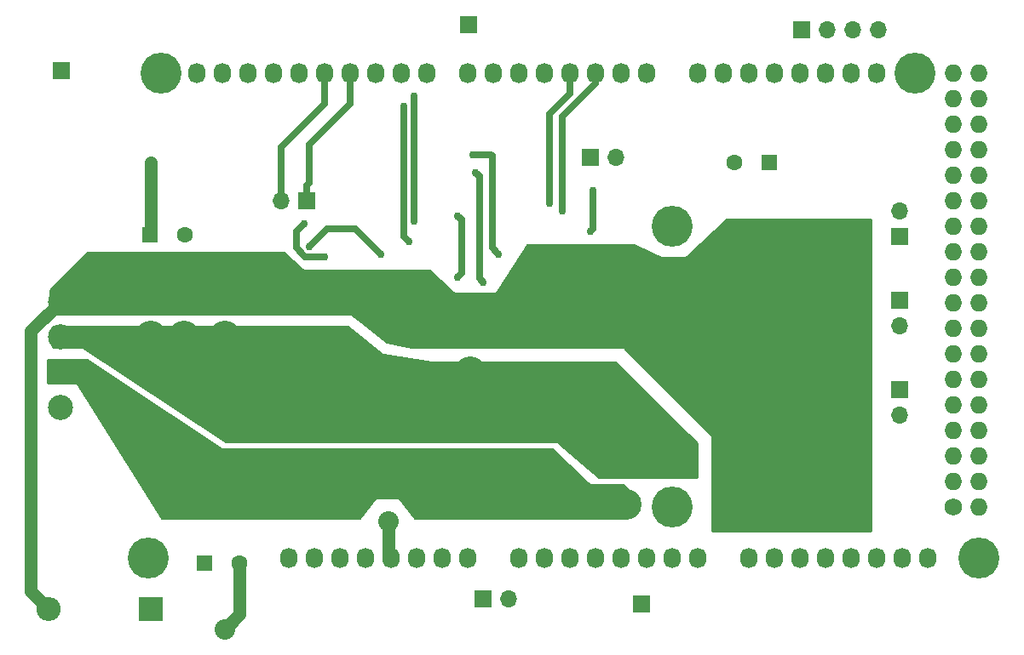
<source format=gbr>
G04 #@! TF.GenerationSoftware,KiCad,Pcbnew,(5.0.0-rc2-37-ga8db21319)*
G04 #@! TF.CreationDate,2018-06-29T03:36:38+01:00*
G04 #@! TF.ProjectId,tug,7475672E6B696361645F706362000000,rev?*
G04 #@! TF.SameCoordinates,Original*
G04 #@! TF.FileFunction,Copper,L2,Bot,Signal*
G04 #@! TF.FilePolarity,Positive*
%FSLAX46Y46*%
G04 Gerber Fmt 4.6, Leading zero omitted, Abs format (unit mm)*
G04 Created by KiCad (PCBNEW (5.0.0-rc2-37-ga8db21319)) date Fri Jun 29 03:36:38 2018*
%MOMM*%
%LPD*%
G01*
G04 APERTURE LIST*
G04 #@! TA.AperFunction,ComponentPad*
%ADD10C,1.727200*%
G04 #@! TD*
G04 #@! TA.AperFunction,ComponentPad*
%ADD11O,1.727200X1.727200*%
G04 #@! TD*
G04 #@! TA.AperFunction,ComponentPad*
%ADD12O,1.727200X2.032000*%
G04 #@! TD*
G04 #@! TA.AperFunction,ComponentPad*
%ADD13C,4.064000*%
G04 #@! TD*
G04 #@! TA.AperFunction,ComponentPad*
%ADD14C,1.600000*%
G04 #@! TD*
G04 #@! TA.AperFunction,ComponentPad*
%ADD15R,1.600000X1.600000*%
G04 #@! TD*
G04 #@! TA.AperFunction,ComponentPad*
%ADD16R,2.400000X2.400000*%
G04 #@! TD*
G04 #@! TA.AperFunction,ComponentPad*
%ADD17O,2.400000X2.400000*%
G04 #@! TD*
G04 #@! TA.AperFunction,ComponentPad*
%ADD18R,1.700000X1.700000*%
G04 #@! TD*
G04 #@! TA.AperFunction,ComponentPad*
%ADD19O,1.700000X1.700000*%
G04 #@! TD*
G04 #@! TA.AperFunction,ComponentPad*
%ADD20C,2.500000*%
G04 #@! TD*
G04 #@! TA.AperFunction,ViaPad*
%ADD21C,2.032000*%
G04 #@! TD*
G04 #@! TA.AperFunction,ViaPad*
%ADD22C,3.048000*%
G04 #@! TD*
G04 #@! TA.AperFunction,ViaPad*
%ADD23C,0.762000*%
G04 #@! TD*
G04 #@! TA.AperFunction,Conductor*
%ADD24C,1.270000*%
G04 #@! TD*
G04 #@! TA.AperFunction,Conductor*
%ADD25C,0.635000*%
G04 #@! TD*
G04 #@! TA.AperFunction,Conductor*
%ADD26C,0.254000*%
G04 #@! TD*
G04 APERTURE END LIST*
D10*
G04 #@! TO.P,P1,1*
G04 #@! TO.N,GND*
X197358000Y-114046000D03*
D11*
G04 #@! TO.P,P1,2*
X199898000Y-114046000D03*
G04 #@! TO.P,P1,3*
G04 #@! TO.N,/52(SCK)*
X197358000Y-111506000D03*
G04 #@! TO.P,P1,4*
G04 #@! TO.N,/53(SS)*
X199898000Y-111506000D03*
G04 #@! TO.P,P1,5*
G04 #@! TO.N,/50(MISO)*
X197358000Y-108966000D03*
G04 #@! TO.P,P1,6*
G04 #@! TO.N,/51(MOSI)*
X199898000Y-108966000D03*
G04 #@! TO.P,P1,7*
G04 #@! TO.N,/48*
X197358000Y-106426000D03*
G04 #@! TO.P,P1,8*
G04 #@! TO.N,/49*
X199898000Y-106426000D03*
G04 #@! TO.P,P1,9*
G04 #@! TO.N,/46*
X197358000Y-103886000D03*
G04 #@! TO.P,P1,10*
G04 #@! TO.N,/47*
X199898000Y-103886000D03*
G04 #@! TO.P,P1,11*
G04 #@! TO.N,/44*
X197358000Y-101346000D03*
G04 #@! TO.P,P1,12*
G04 #@! TO.N,/45*
X199898000Y-101346000D03*
G04 #@! TO.P,P1,13*
G04 #@! TO.N,/42*
X197358000Y-98806000D03*
G04 #@! TO.P,P1,14*
G04 #@! TO.N,/43*
X199898000Y-98806000D03*
G04 #@! TO.P,P1,15*
G04 #@! TO.N,/40*
X197358000Y-96266000D03*
G04 #@! TO.P,P1,16*
G04 #@! TO.N,/41*
X199898000Y-96266000D03*
G04 #@! TO.P,P1,17*
G04 #@! TO.N,/38*
X197358000Y-93726000D03*
G04 #@! TO.P,P1,18*
G04 #@! TO.N,/39*
X199898000Y-93726000D03*
G04 #@! TO.P,P1,19*
G04 #@! TO.N,/36*
X197358000Y-91186000D03*
G04 #@! TO.P,P1,20*
G04 #@! TO.N,/37*
X199898000Y-91186000D03*
G04 #@! TO.P,P1,21*
G04 #@! TO.N,/34*
X197358000Y-88646000D03*
G04 #@! TO.P,P1,22*
G04 #@! TO.N,/35*
X199898000Y-88646000D03*
G04 #@! TO.P,P1,23*
G04 #@! TO.N,/32*
X197358000Y-86106000D03*
G04 #@! TO.P,P1,24*
G04 #@! TO.N,/33*
X199898000Y-86106000D03*
G04 #@! TO.P,P1,25*
G04 #@! TO.N,/30*
X197358000Y-83566000D03*
G04 #@! TO.P,P1,26*
G04 #@! TO.N,/31*
X199898000Y-83566000D03*
G04 #@! TO.P,P1,27*
G04 #@! TO.N,/28*
X197358000Y-81026000D03*
G04 #@! TO.P,P1,28*
G04 #@! TO.N,/29*
X199898000Y-81026000D03*
G04 #@! TO.P,P1,29*
G04 #@! TO.N,/26*
X197358000Y-78486000D03*
G04 #@! TO.P,P1,30*
G04 #@! TO.N,/27*
X199898000Y-78486000D03*
G04 #@! TO.P,P1,31*
G04 #@! TO.N,/24*
X197358000Y-75946000D03*
G04 #@! TO.P,P1,32*
G04 #@! TO.N,/25*
X199898000Y-75946000D03*
G04 #@! TO.P,P1,33*
G04 #@! TO.N,/22*
X197358000Y-73406000D03*
G04 #@! TO.P,P1,34*
G04 #@! TO.N,/23*
X199898000Y-73406000D03*
G04 #@! TO.P,P1,35*
G04 #@! TO.N,+5V*
X197358000Y-70866000D03*
G04 #@! TO.P,P1,36*
X199898000Y-70866000D03*
G04 #@! TD*
D12*
G04 #@! TO.P,P2,1*
G04 #@! TO.N,Net-(P2-Pad1)*
X131318000Y-119126000D03*
G04 #@! TO.P,P2,2*
G04 #@! TO.N,/IOREF*
X133858000Y-119126000D03*
G04 #@! TO.P,P2,3*
G04 #@! TO.N,/Reset*
X136398000Y-119126000D03*
G04 #@! TO.P,P2,4*
G04 #@! TO.N,+3V3*
X138938000Y-119126000D03*
G04 #@! TO.P,P2,5*
G04 #@! TO.N,+5V*
X141478000Y-119126000D03*
G04 #@! TO.P,P2,6*
G04 #@! TO.N,GND*
X144018000Y-119126000D03*
G04 #@! TO.P,P2,7*
X146558000Y-119126000D03*
G04 #@! TO.P,P2,8*
G04 #@! TO.N,/Vin*
X149098000Y-119126000D03*
G04 #@! TD*
G04 #@! TO.P,P3,1*
G04 #@! TO.N,/A0*
X154178000Y-119126000D03*
G04 #@! TO.P,P3,2*
G04 #@! TO.N,/A1*
X156718000Y-119126000D03*
G04 #@! TO.P,P3,3*
G04 #@! TO.N,/A2*
X159258000Y-119126000D03*
G04 #@! TO.P,P3,4*
G04 #@! TO.N,/A3*
X161798000Y-119126000D03*
G04 #@! TO.P,P3,5*
G04 #@! TO.N,/A4*
X164338000Y-119126000D03*
G04 #@! TO.P,P3,6*
G04 #@! TO.N,/A5*
X166878000Y-119126000D03*
G04 #@! TO.P,P3,7*
G04 #@! TO.N,/A6*
X169418000Y-119126000D03*
G04 #@! TO.P,P3,8*
G04 #@! TO.N,/A7*
X171958000Y-119126000D03*
G04 #@! TD*
G04 #@! TO.P,P4,1*
G04 #@! TO.N,/A8*
X177038000Y-119126000D03*
G04 #@! TO.P,P4,2*
G04 #@! TO.N,/A9*
X179578000Y-119126000D03*
G04 #@! TO.P,P4,3*
G04 #@! TO.N,/A10*
X182118000Y-119126000D03*
G04 #@! TO.P,P4,4*
G04 #@! TO.N,/A11*
X184658000Y-119126000D03*
G04 #@! TO.P,P4,5*
G04 #@! TO.N,/A12*
X187198000Y-119126000D03*
G04 #@! TO.P,P4,6*
G04 #@! TO.N,/A13*
X189738000Y-119126000D03*
G04 #@! TO.P,P4,7*
G04 #@! TO.N,/A14*
X192278000Y-119126000D03*
G04 #@! TO.P,P4,8*
G04 #@! TO.N,/A15*
X194818000Y-119126000D03*
G04 #@! TD*
G04 #@! TO.P,P5,1*
G04 #@! TO.N,/SCL*
X122174000Y-70866000D03*
G04 #@! TO.P,P5,2*
G04 #@! TO.N,/SDA*
X124714000Y-70866000D03*
G04 #@! TO.P,P5,3*
G04 #@! TO.N,/AREF*
X127254000Y-70866000D03*
G04 #@! TO.P,P5,4*
G04 #@! TO.N,GND*
X129794000Y-70866000D03*
G04 #@! TO.P,P5,5*
G04 #@! TO.N,/13(\002A\002A)*
X132334000Y-70866000D03*
G04 #@! TO.P,P5,6*
G04 #@! TO.N,/12(\002A\002A)*
X134874000Y-70866000D03*
G04 #@! TO.P,P5,7*
G04 #@! TO.N,/11(\002A\002A)*
X137414000Y-70866000D03*
G04 #@! TO.P,P5,8*
G04 #@! TO.N,/10(\002A\002A)*
X139954000Y-70866000D03*
G04 #@! TO.P,P5,9*
G04 #@! TO.N,/9(\002A\002A)*
X142494000Y-70866000D03*
G04 #@! TO.P,P5,10*
G04 #@! TO.N,/8(\002A\002A)*
X145034000Y-70866000D03*
G04 #@! TD*
G04 #@! TO.P,P6,1*
G04 #@! TO.N,/7(\002A\002A)*
X149098000Y-70866000D03*
G04 #@! TO.P,P6,2*
G04 #@! TO.N,/6(\002A\002A)*
X151638000Y-70866000D03*
G04 #@! TO.P,P6,3*
G04 #@! TO.N,/5(\002A\002A)*
X154178000Y-70866000D03*
G04 #@! TO.P,P6,4*
G04 #@! TO.N,/4(\002A\002A)*
X156718000Y-70866000D03*
G04 #@! TO.P,P6,5*
G04 #@! TO.N,/3(\002A\002A)*
X159258000Y-70866000D03*
G04 #@! TO.P,P6,6*
G04 #@! TO.N,/2(\002A\002A)*
X161798000Y-70866000D03*
G04 #@! TO.P,P6,7*
G04 #@! TO.N,/1(Tx0)*
X164338000Y-70866000D03*
G04 #@! TO.P,P6,8*
G04 #@! TO.N,/0(Rx0)*
X166878000Y-70866000D03*
G04 #@! TD*
G04 #@! TO.P,P7,1*
G04 #@! TO.N,/14(Tx3)*
X171958000Y-70866000D03*
G04 #@! TO.P,P7,2*
G04 #@! TO.N,/15(Rx3)*
X174498000Y-70866000D03*
G04 #@! TO.P,P7,3*
G04 #@! TO.N,/16(Tx2)*
X177038000Y-70866000D03*
G04 #@! TO.P,P7,4*
G04 #@! TO.N,/17(Rx2)*
X179578000Y-70866000D03*
G04 #@! TO.P,P7,5*
G04 #@! TO.N,/18(Tx1)*
X182118000Y-70866000D03*
G04 #@! TO.P,P7,6*
G04 #@! TO.N,/19(Rx1)*
X184658000Y-70866000D03*
G04 #@! TO.P,P7,7*
G04 #@! TO.N,/20(SDA)*
X187198000Y-70866000D03*
G04 #@! TO.P,P7,8*
G04 #@! TO.N,/21(SCL)*
X189738000Y-70866000D03*
G04 #@! TD*
D13*
G04 #@! TO.P,P8,1*
G04 #@! TO.N,Net-(P8-Pad1)*
X117348000Y-119126000D03*
G04 #@! TD*
G04 #@! TO.P,P9,1*
G04 #@! TO.N,Net-(P9-Pad1)*
X169418000Y-114046000D03*
G04 #@! TD*
G04 #@! TO.P,P10,1*
G04 #@! TO.N,Net-(P10-Pad1)*
X199898000Y-119126000D03*
G04 #@! TD*
G04 #@! TO.P,P11,1*
G04 #@! TO.N,Net-(P11-Pad1)*
X118618000Y-70866000D03*
G04 #@! TD*
G04 #@! TO.P,P12,1*
G04 #@! TO.N,Net-(P12-Pad1)*
X169418000Y-86106000D03*
G04 #@! TD*
G04 #@! TO.P,P13,1*
G04 #@! TO.N,Net-(P13-Pad1)*
X193548000Y-70866000D03*
G04 #@! TD*
D14*
G04 #@! TO.P,C5,2*
G04 #@! TO.N,GND*
X120975000Y-86995000D03*
D15*
G04 #@! TO.P,C5,1*
G04 #@! TO.N,+12V*
X117475000Y-86995000D03*
G04 #@! TD*
G04 #@! TO.P,C6,1*
G04 #@! TO.N,/Vin*
X122936000Y-119634000D03*
D14*
G04 #@! TO.P,C6,2*
G04 #@! TO.N,GND*
X126436000Y-119634000D03*
G04 #@! TD*
D16*
G04 #@! TO.P,D3,1*
G04 #@! TO.N,/Vin*
X117602000Y-124206000D03*
D17*
G04 #@! TO.P,D3,2*
G04 #@! TO.N,+12V*
X107442000Y-124206000D03*
G04 #@! TD*
D18*
G04 #@! TO.P,J1,1*
G04 #@! TO.N,GND*
X182245000Y-66548000D03*
D19*
G04 #@! TO.P,J1,2*
G04 #@! TO.N,+5V*
X184785000Y-66548000D03*
G04 #@! TO.P,J1,3*
G04 #@! TO.N,/20(SDA)*
X187325000Y-66548000D03*
G04 #@! TO.P,J1,4*
G04 #@! TO.N,/21(SCL)*
X189865000Y-66548000D03*
G04 #@! TD*
D20*
G04 #@! TO.P,J2,4*
G04 #@! TO.N,+12V*
X108585000Y-93640000D03*
G04 #@! TO.P,J2,3*
G04 #@! TO.N,GND*
X108585000Y-97140000D03*
G04 #@! TO.P,J2,2*
G04 #@! TO.N,/M2*
X108585000Y-100640000D03*
G04 #@! TO.P,J2,1*
G04 #@! TO.N,/M1*
X108585000Y-104140000D03*
G04 #@! TD*
D18*
G04 #@! TO.P,J6,1*
G04 #@! TO.N,/38*
X192024000Y-87122000D03*
D19*
G04 #@! TO.P,J6,2*
G04 #@! TO.N,GND*
X192024000Y-84582000D03*
G04 #@! TD*
G04 #@! TO.P,J7,2*
G04 #@! TO.N,GND*
X192024000Y-96012000D03*
D18*
G04 #@! TO.P,J7,1*
G04 #@! TO.N,/40*
X192024000Y-93472000D03*
G04 #@! TD*
G04 #@! TO.P,J8,1*
G04 #@! TO.N,/42*
X192024000Y-102362000D03*
D19*
G04 #@! TO.P,J8,2*
G04 #@! TO.N,GND*
X192024000Y-104902000D03*
G04 #@! TD*
D15*
G04 #@! TO.P,C9,1*
G04 #@! TO.N,+5V*
X179070000Y-79756000D03*
D14*
G04 #@! TO.P,C9,2*
G04 #@! TO.N,GND*
X175570000Y-79756000D03*
G04 #@! TD*
D18*
G04 #@! TO.P,J9,1*
G04 #@! TO.N,GND*
X166370000Y-123698000D03*
G04 #@! TD*
G04 #@! TO.P,J10,1*
G04 #@! TO.N,GND*
X149148619Y-66031500D03*
G04 #@! TD*
G04 #@! TO.P,J3,1*
G04 #@! TO.N,/3(\002A\002A)*
X161290000Y-79248000D03*
D19*
G04 #@! TO.P,J3,2*
G04 #@! TO.N,/2(\002A\002A)*
X163830000Y-79248000D03*
G04 #@! TD*
G04 #@! TO.P,J4,2*
G04 #@! TO.N,/12(\002A\002A)*
X130556000Y-83566000D03*
D18*
G04 #@! TO.P,J4,1*
G04 #@! TO.N,/11(\002A\002A)*
X133096000Y-83566000D03*
G04 #@! TD*
G04 #@! TO.P,J5,1*
G04 #@! TO.N,/Vin*
X150622000Y-123190000D03*
D19*
G04 #@! TO.P,J5,2*
G04 #@! TO.N,/A0*
X153162000Y-123190000D03*
G04 #@! TD*
D18*
G04 #@! TO.P,J11,1*
G04 #@! TO.N,GND*
X108712000Y-70612000D03*
G04 #@! TD*
D21*
G04 #@! TO.N,GND*
X124968000Y-126238000D03*
D22*
X117602000Y-97028000D03*
X120904000Y-97028000D03*
X124968000Y-97028000D03*
X120904000Y-100838000D03*
X149352000Y-100584000D03*
X117348000Y-100330000D03*
D21*
G04 #@! TO.N,+5V*
X141224000Y-115506500D03*
D23*
G04 #@! TO.N,/12(\002A\002A)*
X142748000Y-74168000D03*
X143256000Y-87630000D03*
G04 #@! TO.N,/11(\002A\002A)*
X143764000Y-85598000D03*
X143764000Y-73152000D03*
G04 #@! TO.N,/3(\002A\002A)*
X157226000Y-83820000D03*
G04 #@! TO.N,/2(\002A\002A)*
X158496000Y-84582000D03*
G04 #@! TO.N,+12V*
X150622000Y-91694000D03*
X117602000Y-79756000D03*
X149860000Y-80772000D03*
D22*
X140970000Y-95504000D03*
X175260000Y-107188000D03*
X175260000Y-102616000D03*
X175260000Y-98044000D03*
X175260000Y-93726000D03*
X175260000Y-89408000D03*
X175260000Y-111760000D03*
X179578000Y-111760000D03*
X179578000Y-107188000D03*
X179578000Y-102616000D03*
X179578000Y-98044000D03*
X179578000Y-93726000D03*
X179578000Y-89408000D03*
X183642000Y-89408000D03*
X183642000Y-98044000D03*
X137668000Y-93472000D03*
D23*
G04 #@! TO.N,Net-(C4-Pad1)*
X152146000Y-88900000D03*
X149606000Y-78994000D03*
D22*
G04 #@! TO.N,/M2*
X164846000Y-113792000D03*
D23*
X161544000Y-82550000D03*
X161290000Y-86614000D03*
D22*
X161036000Y-113792000D03*
D23*
G04 #@! TO.N,Net-(R7-Pad2)*
X148082000Y-85090000D03*
X148082000Y-91186000D03*
G04 #@! TO.N,Net-(R8-Pad2)*
X140462000Y-88900000D03*
X133350000Y-88138000D03*
G04 #@! TO.N,/SRC_HS1*
X132842000Y-85852000D03*
X134874000Y-89154000D03*
G04 #@! TD*
D24*
G04 #@! TO.N,GND*
X126436000Y-119634000D02*
X126436000Y-123500000D01*
X126436000Y-123500000D02*
X126436000Y-124770000D01*
X126436000Y-124770000D02*
X124968000Y-126238000D01*
G04 #@! TO.N,+5V*
X141224000Y-118872000D02*
X141478000Y-119126000D01*
X141224000Y-115506500D02*
X141224000Y-118872000D01*
D25*
G04 #@! TO.N,/12(\002A\002A)*
X142748000Y-74168000D02*
X142748000Y-87122000D01*
X142748000Y-87122000D02*
X143256000Y-87630000D01*
X130556000Y-83566000D02*
X130556000Y-78232000D01*
X134874000Y-73914000D02*
X134874000Y-70866000D01*
X130556000Y-78232000D02*
X134874000Y-73914000D01*
G04 #@! TO.N,/11(\002A\002A)*
X143764000Y-85598000D02*
X143764000Y-73152000D01*
X133096000Y-82081000D02*
X133350000Y-81827000D01*
X133096000Y-83566000D02*
X133096000Y-82081000D01*
X133350000Y-81827000D02*
X133350000Y-77978000D01*
X137414000Y-73914000D02*
X137414000Y-70866000D01*
X133350000Y-77978000D02*
X137414000Y-73914000D01*
G04 #@! TO.N,/3(\002A\002A)*
X157226000Y-83820000D02*
X157226000Y-74930000D01*
X159258000Y-72898000D02*
X159258000Y-70866000D01*
X157226000Y-74930000D02*
X159258000Y-72898000D01*
G04 #@! TO.N,/2(\002A\002A)*
X161798000Y-71882000D02*
X161798000Y-70866000D01*
X158496000Y-84582000D02*
X158496000Y-75184000D01*
X158496000Y-75184000D02*
X161798000Y-71882000D01*
D24*
G04 #@! TO.N,+12V*
X108585000Y-93640000D02*
X105664000Y-96561000D01*
X105664000Y-122428000D02*
X107442000Y-124206000D01*
X105664000Y-96561000D02*
X105664000Y-122428000D01*
X117602000Y-86868000D02*
X117475000Y-86995000D01*
X117602000Y-79756000D02*
X117602000Y-86868000D01*
D25*
X150241001Y-91313001D02*
X150241001Y-81153001D01*
X150622000Y-91694000D02*
X150241001Y-91313001D01*
X150241001Y-81153001D02*
X149860000Y-80772000D01*
G04 #@! TO.N,Net-(C4-Pad1)*
X151520501Y-88274501D02*
X151520501Y-79130501D01*
X152146000Y-88900000D02*
X151520501Y-88274501D01*
X151520501Y-79130501D02*
X151384000Y-78994000D01*
X151384000Y-78994000D02*
X149606000Y-78994000D01*
G04 #@! TO.N,/M2*
X161544000Y-82550000D02*
X161544000Y-86360000D01*
X161544000Y-86360000D02*
X161290000Y-86614000D01*
G04 #@! TO.N,Net-(R7-Pad2)*
X148462999Y-85470999D02*
X148082000Y-85090000D01*
X148462999Y-90805001D02*
X148462999Y-85470999D01*
X148082000Y-91186000D02*
X148462999Y-90805001D01*
G04 #@! TO.N,Net-(R8-Pad2)*
X140462000Y-88900000D02*
X137922000Y-86360000D01*
X137922000Y-86360000D02*
X135128000Y-86360000D01*
X135128000Y-86360000D02*
X133350000Y-88138000D01*
G04 #@! TO.N,/SRC_HS1*
X132842000Y-85852000D02*
X132080000Y-86614000D01*
X132956298Y-89154000D02*
X134874000Y-89154000D01*
X132080000Y-86614000D02*
X132080000Y-88277702D01*
X132080000Y-88277702D02*
X132956298Y-89154000D01*
G04 #@! TD*
D26*
G04 #@! TO.N,/M2*
G36*
X124644015Y-108309977D02*
X124714000Y-108331000D01*
X157429942Y-108331000D01*
X161203346Y-111852844D01*
X161245472Y-111878938D01*
X161290000Y-111887000D01*
X164539394Y-111887000D01*
X165481000Y-112828606D01*
X165481000Y-114501394D01*
X164793394Y-115189000D01*
X143827500Y-115189000D01*
X142341600Y-113207800D01*
X142304706Y-113174720D01*
X142240000Y-113157000D01*
X139954000Y-113157000D01*
X139905399Y-113166667D01*
X139852400Y-113207800D01*
X138366500Y-115189000D01*
X118688531Y-115189000D01*
X110343810Y-101786873D01*
X110309915Y-101750726D01*
X110264767Y-101730301D01*
X110236000Y-101727000D01*
X107315000Y-101727000D01*
X107315000Y-99441000D01*
X111213850Y-99441000D01*
X124644015Y-108309977D01*
X124644015Y-108309977D01*
G37*
X124644015Y-108309977D02*
X124714000Y-108331000D01*
X157429942Y-108331000D01*
X161203346Y-111852844D01*
X161245472Y-111878938D01*
X161290000Y-111887000D01*
X164539394Y-111887000D01*
X165481000Y-112828606D01*
X165481000Y-114501394D01*
X164793394Y-115189000D01*
X143827500Y-115189000D01*
X142341600Y-113207800D01*
X142304706Y-113174720D01*
X142240000Y-113157000D01*
X139954000Y-113157000D01*
X139905399Y-113166667D01*
X139852400Y-113207800D01*
X138366500Y-115189000D01*
X118688531Y-115189000D01*
X110343810Y-101786873D01*
X110309915Y-101750726D01*
X110264767Y-101730301D01*
X110236000Y-101727000D01*
X107315000Y-101727000D01*
X107315000Y-99441000D01*
X111213850Y-99441000D01*
X124644015Y-108309977D01*
G04 #@! TO.N,GND*
G36*
X140637537Y-98905862D02*
X140696193Y-98931446D01*
X145522193Y-99693446D01*
X145542000Y-99695000D01*
X163777394Y-99695000D01*
X171831000Y-107748606D01*
X171831000Y-111125000D01*
X162099718Y-111125000D01*
X158071630Y-107600423D01*
X158028688Y-107575694D01*
X157988000Y-107569000D01*
X125006167Y-107569000D01*
X110814010Y-98192039D01*
X110744000Y-98171000D01*
X107823000Y-98171000D01*
X107823000Y-96139000D01*
X137116076Y-96139000D01*
X140637537Y-98905862D01*
X140637537Y-98905862D01*
G37*
X140637537Y-98905862D02*
X140696193Y-98931446D01*
X145522193Y-99693446D01*
X145542000Y-99695000D01*
X163777394Y-99695000D01*
X171831000Y-107748606D01*
X171831000Y-111125000D01*
X162099718Y-111125000D01*
X158071630Y-107600423D01*
X158028688Y-107575694D01*
X157988000Y-107569000D01*
X125006167Y-107569000D01*
X110814010Y-98192039D01*
X110744000Y-98171000D01*
X107823000Y-98171000D01*
X107823000Y-96139000D01*
X137116076Y-96139000D01*
X140637537Y-98905862D01*
G04 #@! TO.N,+12V*
G36*
X189103000Y-116459000D02*
X173355000Y-116459000D01*
X173355000Y-106934000D01*
X173345333Y-106885399D01*
X173317803Y-106844197D01*
X164681803Y-98208197D01*
X164640601Y-98180667D01*
X164592000Y-98171000D01*
X143522577Y-98171000D01*
X141025206Y-97671526D01*
X138509336Y-95658830D01*
X138506200Y-95656400D01*
X137490200Y-94894400D01*
X137445519Y-94872973D01*
X137414000Y-94869000D01*
X107569000Y-94869000D01*
X107569000Y-92508606D01*
X111304606Y-88773000D01*
X130762282Y-88773000D01*
X132758370Y-90519577D01*
X132801312Y-90544306D01*
X132842000Y-90551000D01*
X145239265Y-90551000D01*
X147743041Y-92804398D01*
X147785633Y-92829725D01*
X147828000Y-92837000D01*
X151892000Y-92837000D01*
X151940601Y-92827333D01*
X151981803Y-92799803D01*
X151999377Y-92777817D01*
X155009998Y-88011000D01*
X165580490Y-88011000D01*
X168349447Y-89269617D01*
X168402000Y-89281000D01*
X170688000Y-89281000D01*
X170736601Y-89271333D01*
X170774861Y-89246651D01*
X174802222Y-85471000D01*
X189103000Y-85471000D01*
X189103000Y-116459000D01*
X189103000Y-116459000D01*
G37*
X189103000Y-116459000D02*
X173355000Y-116459000D01*
X173355000Y-106934000D01*
X173345333Y-106885399D01*
X173317803Y-106844197D01*
X164681803Y-98208197D01*
X164640601Y-98180667D01*
X164592000Y-98171000D01*
X143522577Y-98171000D01*
X141025206Y-97671526D01*
X138509336Y-95658830D01*
X138506200Y-95656400D01*
X137490200Y-94894400D01*
X137445519Y-94872973D01*
X137414000Y-94869000D01*
X107569000Y-94869000D01*
X107569000Y-92508606D01*
X111304606Y-88773000D01*
X130762282Y-88773000D01*
X132758370Y-90519577D01*
X132801312Y-90544306D01*
X132842000Y-90551000D01*
X145239265Y-90551000D01*
X147743041Y-92804398D01*
X147785633Y-92829725D01*
X147828000Y-92837000D01*
X151892000Y-92837000D01*
X151940601Y-92827333D01*
X151981803Y-92799803D01*
X151999377Y-92777817D01*
X155009998Y-88011000D01*
X165580490Y-88011000D01*
X168349447Y-89269617D01*
X168402000Y-89281000D01*
X170688000Y-89281000D01*
X170736601Y-89271333D01*
X170774861Y-89246651D01*
X174802222Y-85471000D01*
X189103000Y-85471000D01*
X189103000Y-116459000D01*
G04 #@! TD*
M02*

</source>
